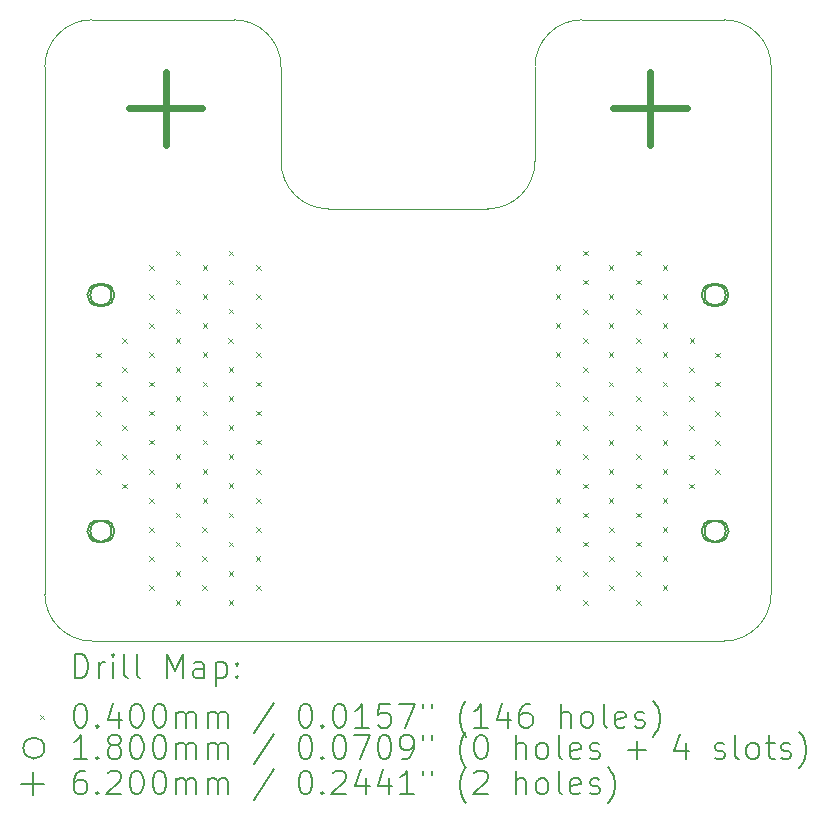
<source format=gbr>
%TF.GenerationSoftware,KiCad,Pcbnew,(6.0.11)*%
%TF.CreationDate,2023-05-27T10:47:36+02:00*%
%TF.ProjectId,dclink,64636c69-6e6b-42e6-9b69-6361645f7063,V0*%
%TF.SameCoordinates,Original*%
%TF.FileFunction,Drillmap*%
%TF.FilePolarity,Positive*%
%FSLAX45Y45*%
G04 Gerber Fmt 4.5, Leading zero omitted, Abs format (unit mm)*
G04 Created by KiCad (PCBNEW (6.0.11)) date 2023-05-27 10:47:36*
%MOMM*%
%LPD*%
G01*
G04 APERTURE LIST*
%ADD10C,0.050000*%
%ADD11C,0.200000*%
%ADD12C,0.040000*%
%ADD13C,0.180000*%
%ADD14C,0.620000*%
G04 APERTURE END LIST*
D10*
X13510000Y-7850000D02*
X12310000Y-7850000D01*
X12310000Y-13110000D02*
X17660000Y-13110000D01*
X16060000Y-8250000D02*
X16060000Y-9050000D01*
X13910000Y-9050000D02*
X13910000Y-8250000D01*
X16460000Y-7850000D02*
G75*
G03*
X16060000Y-8250000I0J-400000D01*
G01*
X15660000Y-9450000D02*
X14310000Y-9450000D01*
X18060000Y-8250000D02*
G75*
G03*
X17660000Y-7850000I-400000J0D01*
G01*
X15660000Y-9450000D02*
G75*
G03*
X16060000Y-9050000I0J400000D01*
G01*
X17660000Y-13110000D02*
G75*
G03*
X18060000Y-12710000I0J400000D01*
G01*
X12310000Y-7850000D02*
G75*
G03*
X11910000Y-8250000I0J-400000D01*
G01*
X13910000Y-9050000D02*
G75*
G03*
X14310000Y-9450000I400000J0D01*
G01*
X18060000Y-12710000D02*
X18060000Y-8250000D01*
X11910000Y-8250000D02*
X11910000Y-12710000D01*
X11910000Y-12710000D02*
G75*
G03*
X12310000Y-13110000I400000J0D01*
G01*
X17660000Y-7850000D02*
X16460000Y-7850000D01*
X13910000Y-8250000D02*
G75*
G03*
X13510000Y-7850000I-400000J0D01*
G01*
D11*
D12*
X12347500Y-10667939D02*
X12387500Y-10707939D01*
X12387500Y-10667939D02*
X12347500Y-10707939D01*
X12347500Y-10914368D02*
X12387500Y-10954368D01*
X12387500Y-10914368D02*
X12347500Y-10954368D01*
X12347500Y-11160796D02*
X12387500Y-11200796D01*
X12387500Y-11160796D02*
X12347500Y-11200796D01*
X12347500Y-11407225D02*
X12387500Y-11447225D01*
X12387500Y-11407225D02*
X12347500Y-11447225D01*
X12347500Y-11653653D02*
X12387500Y-11693653D01*
X12387500Y-11653653D02*
X12347500Y-11693653D01*
X12562500Y-10544677D02*
X12602500Y-10584677D01*
X12602500Y-10544677D02*
X12562500Y-10584677D01*
X12567500Y-10791216D02*
X12607500Y-10831216D01*
X12607500Y-10791216D02*
X12567500Y-10831216D01*
X12567500Y-11037754D02*
X12607500Y-11077754D01*
X12607500Y-11037754D02*
X12567500Y-11077754D01*
X12567500Y-11284293D02*
X12607500Y-11324293D01*
X12607500Y-11284293D02*
X12567500Y-11324293D01*
X12567500Y-11530831D02*
X12607500Y-11570831D01*
X12607500Y-11530831D02*
X12567500Y-11570831D01*
X12567500Y-11777369D02*
X12607500Y-11817369D01*
X12607500Y-11777369D02*
X12567500Y-11817369D01*
X12792500Y-9927500D02*
X12832500Y-9967500D01*
X12832500Y-9927500D02*
X12792500Y-9967500D01*
X12792500Y-10173929D02*
X12832500Y-10213929D01*
X12832500Y-10173929D02*
X12792500Y-10213929D01*
X12792500Y-10420357D02*
X12832500Y-10460357D01*
X12832500Y-10420357D02*
X12792500Y-10460357D01*
X12792500Y-10666786D02*
X12832500Y-10706786D01*
X12832500Y-10666786D02*
X12792500Y-10706786D01*
X12792500Y-10913214D02*
X12832500Y-10953214D01*
X12832500Y-10913214D02*
X12792500Y-10953214D01*
X12792500Y-11159643D02*
X12832500Y-11199642D01*
X12832500Y-11159643D02*
X12792500Y-11199642D01*
X12792500Y-11406071D02*
X12832500Y-11446071D01*
X12832500Y-11406071D02*
X12792500Y-11446071D01*
X12792500Y-11652499D02*
X12832500Y-11692499D01*
X12832500Y-11652499D02*
X12792500Y-11692499D01*
X12792500Y-11898928D02*
X12832500Y-11938928D01*
X12832500Y-11898928D02*
X12792500Y-11938928D01*
X12792500Y-12145356D02*
X12832500Y-12185356D01*
X12832500Y-12145356D02*
X12792500Y-12185356D01*
X12792500Y-12391785D02*
X12832500Y-12431785D01*
X12832500Y-12391785D02*
X12792500Y-12431785D01*
X12792500Y-12638213D02*
X12832500Y-12678213D01*
X12832500Y-12638213D02*
X12792500Y-12678213D01*
X13017500Y-9803909D02*
X13057500Y-9843909D01*
X13057500Y-9803909D02*
X13017500Y-9843909D01*
X13017500Y-10050447D02*
X13057500Y-10090447D01*
X13057500Y-10050447D02*
X13017500Y-10090447D01*
X13017500Y-10296985D02*
X13057500Y-10336985D01*
X13057500Y-10296985D02*
X13017500Y-10336985D01*
X13017500Y-10543524D02*
X13057500Y-10583524D01*
X13057500Y-10543524D02*
X13017500Y-10583524D01*
X13017500Y-10790062D02*
X13057500Y-10830062D01*
X13057500Y-10790062D02*
X13017500Y-10830062D01*
X13017500Y-11036601D02*
X13057500Y-11076601D01*
X13057500Y-11036601D02*
X13017500Y-11076601D01*
X13017500Y-11283139D02*
X13057500Y-11323139D01*
X13057500Y-11283139D02*
X13017500Y-11323139D01*
X13017500Y-11529677D02*
X13057500Y-11569677D01*
X13057500Y-11529677D02*
X13017500Y-11569677D01*
X13017500Y-11776216D02*
X13057500Y-11816216D01*
X13057500Y-11776216D02*
X13017500Y-11816216D01*
X13017500Y-12022754D02*
X13057500Y-12062754D01*
X13057500Y-12022754D02*
X13017500Y-12062754D01*
X13017500Y-12269293D02*
X13057500Y-12309293D01*
X13057500Y-12269293D02*
X13017500Y-12309293D01*
X13017500Y-12515831D02*
X13057500Y-12555831D01*
X13057500Y-12515831D02*
X13017500Y-12555831D01*
X13017500Y-12762369D02*
X13057500Y-12802369D01*
X13057500Y-12762369D02*
X13017500Y-12802369D01*
X13242500Y-12145356D02*
X13282500Y-12185356D01*
X13282500Y-12145356D02*
X13242500Y-12185356D01*
X13242500Y-12391785D02*
X13282500Y-12431785D01*
X13282500Y-12391785D02*
X13242500Y-12431785D01*
X13242500Y-12638213D02*
X13282500Y-12678213D01*
X13282500Y-12638213D02*
X13242500Y-12678213D01*
X13247500Y-9927500D02*
X13287500Y-9967500D01*
X13287500Y-9927500D02*
X13247500Y-9967500D01*
X13247500Y-10173929D02*
X13287500Y-10213929D01*
X13287500Y-10173929D02*
X13247500Y-10213929D01*
X13247500Y-10420357D02*
X13287500Y-10460357D01*
X13287500Y-10420357D02*
X13247500Y-10460357D01*
X13247500Y-10666786D02*
X13287500Y-10706786D01*
X13287500Y-10666786D02*
X13247500Y-10706786D01*
X13247500Y-10913214D02*
X13287500Y-10953214D01*
X13287500Y-10913214D02*
X13247500Y-10953214D01*
X13247500Y-11159643D02*
X13287500Y-11199642D01*
X13287500Y-11159643D02*
X13247500Y-11199642D01*
X13247500Y-11406071D02*
X13287500Y-11446071D01*
X13287500Y-11406071D02*
X13247500Y-11446071D01*
X13247500Y-11652499D02*
X13287500Y-11692499D01*
X13287500Y-11652499D02*
X13247500Y-11692499D01*
X13247500Y-11898928D02*
X13287500Y-11938928D01*
X13287500Y-11898928D02*
X13247500Y-11938928D01*
X13462500Y-10543524D02*
X13502500Y-10583524D01*
X13502500Y-10543524D02*
X13462500Y-10583524D01*
X13467500Y-9803909D02*
X13507500Y-9843909D01*
X13507500Y-9803909D02*
X13467500Y-9843909D01*
X13467500Y-10050447D02*
X13507500Y-10090447D01*
X13507500Y-10050447D02*
X13467500Y-10090447D01*
X13467500Y-10296985D02*
X13507500Y-10336985D01*
X13507500Y-10296985D02*
X13467500Y-10336985D01*
X13467500Y-10790062D02*
X13507500Y-10830062D01*
X13507500Y-10790062D02*
X13467500Y-10830062D01*
X13467500Y-11036601D02*
X13507500Y-11076601D01*
X13507500Y-11036601D02*
X13467500Y-11076601D01*
X13467500Y-11283139D02*
X13507500Y-11323139D01*
X13507500Y-11283139D02*
X13467500Y-11323139D01*
X13467500Y-11529677D02*
X13507500Y-11569677D01*
X13507500Y-11529677D02*
X13467500Y-11569677D01*
X13467500Y-11776216D02*
X13507500Y-11816216D01*
X13507500Y-11776216D02*
X13467500Y-11816216D01*
X13467500Y-12022754D02*
X13507500Y-12062754D01*
X13507500Y-12022754D02*
X13467500Y-12062754D01*
X13467500Y-12269293D02*
X13507500Y-12309293D01*
X13507500Y-12269293D02*
X13467500Y-12309293D01*
X13467500Y-12515831D02*
X13507500Y-12555831D01*
X13507500Y-12515831D02*
X13467500Y-12555831D01*
X13467500Y-12762369D02*
X13507500Y-12802369D01*
X13507500Y-12762369D02*
X13467500Y-12802369D01*
X13695000Y-12391785D02*
X13735000Y-12431785D01*
X13735000Y-12391785D02*
X13695000Y-12431785D01*
X13697500Y-9927500D02*
X13737500Y-9967500D01*
X13737500Y-9927500D02*
X13697500Y-9967500D01*
X13697500Y-10173929D02*
X13737500Y-10213929D01*
X13737500Y-10173929D02*
X13697500Y-10213929D01*
X13697500Y-10420357D02*
X13737500Y-10460357D01*
X13737500Y-10420357D02*
X13697500Y-10460357D01*
X13697500Y-10666786D02*
X13737500Y-10706786D01*
X13737500Y-10666786D02*
X13697500Y-10706786D01*
X13697500Y-10913214D02*
X13737500Y-10953214D01*
X13737500Y-10913214D02*
X13697500Y-10953214D01*
X13697500Y-11159643D02*
X13737500Y-11199642D01*
X13737500Y-11159643D02*
X13697500Y-11199642D01*
X13697500Y-11406071D02*
X13737500Y-11446071D01*
X13737500Y-11406071D02*
X13697500Y-11446071D01*
X13697500Y-11652499D02*
X13737500Y-11692499D01*
X13737500Y-11652499D02*
X13697500Y-11692499D01*
X13697500Y-11898928D02*
X13737500Y-11938928D01*
X13737500Y-11898928D02*
X13697500Y-11938928D01*
X13697500Y-12145356D02*
X13737500Y-12185356D01*
X13737500Y-12145356D02*
X13697500Y-12185356D01*
X13697500Y-12638213D02*
X13737500Y-12678213D01*
X13737500Y-12638213D02*
X13697500Y-12678213D01*
X16235000Y-9927858D02*
X16275000Y-9967858D01*
X16275000Y-9927858D02*
X16235000Y-9967858D01*
X16235000Y-10174287D02*
X16275000Y-10214287D01*
X16275000Y-10174287D02*
X16235000Y-10214287D01*
X16235000Y-10420715D02*
X16275000Y-10460715D01*
X16275000Y-10420715D02*
X16235000Y-10460715D01*
X16235000Y-10667144D02*
X16275000Y-10707144D01*
X16275000Y-10667144D02*
X16235000Y-10707144D01*
X16235000Y-10913572D02*
X16275000Y-10953572D01*
X16275000Y-10913572D02*
X16235000Y-10953572D01*
X16235000Y-11160001D02*
X16275000Y-11200000D01*
X16275000Y-11160001D02*
X16235000Y-11200000D01*
X16235000Y-11406429D02*
X16275000Y-11446429D01*
X16275000Y-11406429D02*
X16235000Y-11446429D01*
X16235000Y-11652857D02*
X16275000Y-11692857D01*
X16275000Y-11652857D02*
X16235000Y-11692857D01*
X16235000Y-11899286D02*
X16275000Y-11939286D01*
X16275000Y-11899286D02*
X16235000Y-11939286D01*
X16235000Y-12145714D02*
X16275000Y-12185714D01*
X16275000Y-12145714D02*
X16235000Y-12185714D01*
X16235000Y-12638571D02*
X16275000Y-12678571D01*
X16275000Y-12638571D02*
X16235000Y-12678571D01*
X16237500Y-12392143D02*
X16277500Y-12432143D01*
X16277500Y-12392143D02*
X16237500Y-12432143D01*
X16465000Y-9804267D02*
X16505000Y-9844267D01*
X16505000Y-9804267D02*
X16465000Y-9844267D01*
X16465000Y-10050805D02*
X16505000Y-10090805D01*
X16505000Y-10050805D02*
X16465000Y-10090805D01*
X16465000Y-10297343D02*
X16505000Y-10337343D01*
X16505000Y-10297343D02*
X16465000Y-10337343D01*
X16465000Y-10790420D02*
X16505000Y-10830420D01*
X16505000Y-10790420D02*
X16465000Y-10830420D01*
X16465000Y-11036959D02*
X16505000Y-11076959D01*
X16505000Y-11036959D02*
X16465000Y-11076959D01*
X16465000Y-11283497D02*
X16505000Y-11323497D01*
X16505000Y-11283497D02*
X16465000Y-11323497D01*
X16465000Y-11530035D02*
X16505000Y-11570035D01*
X16505000Y-11530035D02*
X16465000Y-11570035D01*
X16465000Y-11776574D02*
X16505000Y-11816574D01*
X16505000Y-11776574D02*
X16465000Y-11816574D01*
X16465000Y-12023112D02*
X16505000Y-12063112D01*
X16505000Y-12023112D02*
X16465000Y-12063112D01*
X16465000Y-12269651D02*
X16505000Y-12309651D01*
X16505000Y-12269651D02*
X16465000Y-12309651D01*
X16465000Y-12516189D02*
X16505000Y-12556189D01*
X16505000Y-12516189D02*
X16465000Y-12556189D01*
X16465000Y-12762727D02*
X16505000Y-12802727D01*
X16505000Y-12762727D02*
X16465000Y-12802727D01*
X16470000Y-10543882D02*
X16510000Y-10583882D01*
X16510000Y-10543882D02*
X16470000Y-10583882D01*
X16685000Y-9927858D02*
X16725000Y-9967858D01*
X16725000Y-9927858D02*
X16685000Y-9967858D01*
X16685000Y-10174287D02*
X16725000Y-10214287D01*
X16725000Y-10174287D02*
X16685000Y-10214287D01*
X16685000Y-10420715D02*
X16725000Y-10460715D01*
X16725000Y-10420715D02*
X16685000Y-10460715D01*
X16685000Y-10667144D02*
X16725000Y-10707144D01*
X16725000Y-10667144D02*
X16685000Y-10707144D01*
X16685000Y-10913572D02*
X16725000Y-10953572D01*
X16725000Y-10913572D02*
X16685000Y-10953572D01*
X16685000Y-11160001D02*
X16725000Y-11200000D01*
X16725000Y-11160001D02*
X16685000Y-11200000D01*
X16685000Y-11406429D02*
X16725000Y-11446429D01*
X16725000Y-11406429D02*
X16685000Y-11446429D01*
X16685000Y-11652857D02*
X16725000Y-11692857D01*
X16725000Y-11652857D02*
X16685000Y-11692857D01*
X16685000Y-11899286D02*
X16725000Y-11939286D01*
X16725000Y-11899286D02*
X16685000Y-11939286D01*
X16690000Y-12145714D02*
X16730000Y-12185714D01*
X16730000Y-12145714D02*
X16690000Y-12185714D01*
X16690000Y-12392143D02*
X16730000Y-12432143D01*
X16730000Y-12392143D02*
X16690000Y-12432143D01*
X16690000Y-12638571D02*
X16730000Y-12678571D01*
X16730000Y-12638571D02*
X16690000Y-12678571D01*
X16915000Y-9804267D02*
X16955000Y-9844267D01*
X16955000Y-9804267D02*
X16915000Y-9844267D01*
X16915000Y-10050805D02*
X16955000Y-10090805D01*
X16955000Y-10050805D02*
X16915000Y-10090805D01*
X16915000Y-10297343D02*
X16955000Y-10337343D01*
X16955000Y-10297343D02*
X16915000Y-10337343D01*
X16915000Y-10543882D02*
X16955000Y-10583882D01*
X16955000Y-10543882D02*
X16915000Y-10583882D01*
X16915000Y-10790420D02*
X16955000Y-10830420D01*
X16955000Y-10790420D02*
X16915000Y-10830420D01*
X16915000Y-11036959D02*
X16955000Y-11076959D01*
X16955000Y-11036959D02*
X16915000Y-11076959D01*
X16915000Y-11283497D02*
X16955000Y-11323497D01*
X16955000Y-11283497D02*
X16915000Y-11323497D01*
X16915000Y-11530035D02*
X16955000Y-11570035D01*
X16955000Y-11530035D02*
X16915000Y-11570035D01*
X16915000Y-11776574D02*
X16955000Y-11816574D01*
X16955000Y-11776574D02*
X16915000Y-11816574D01*
X16915000Y-12023112D02*
X16955000Y-12063112D01*
X16955000Y-12023112D02*
X16915000Y-12063112D01*
X16915000Y-12269651D02*
X16955000Y-12309651D01*
X16955000Y-12269651D02*
X16915000Y-12309651D01*
X16915000Y-12516189D02*
X16955000Y-12556189D01*
X16955000Y-12516189D02*
X16915000Y-12556189D01*
X16915000Y-12762727D02*
X16955000Y-12802727D01*
X16955000Y-12762727D02*
X16915000Y-12802727D01*
X17140000Y-9927858D02*
X17180000Y-9967858D01*
X17180000Y-9927858D02*
X17140000Y-9967858D01*
X17140000Y-10174287D02*
X17180000Y-10214287D01*
X17180000Y-10174287D02*
X17140000Y-10214287D01*
X17140000Y-10420715D02*
X17180000Y-10460715D01*
X17180000Y-10420715D02*
X17140000Y-10460715D01*
X17140000Y-10667144D02*
X17180000Y-10707144D01*
X17180000Y-10667144D02*
X17140000Y-10707144D01*
X17140000Y-10913572D02*
X17180000Y-10953572D01*
X17180000Y-10913572D02*
X17140000Y-10953572D01*
X17140000Y-11160001D02*
X17180000Y-11200000D01*
X17180000Y-11160001D02*
X17140000Y-11200000D01*
X17140000Y-11406429D02*
X17180000Y-11446429D01*
X17180000Y-11406429D02*
X17140000Y-11446429D01*
X17140000Y-11652857D02*
X17180000Y-11692857D01*
X17180000Y-11652857D02*
X17140000Y-11692857D01*
X17140000Y-11899286D02*
X17180000Y-11939286D01*
X17180000Y-11899286D02*
X17140000Y-11939286D01*
X17140000Y-12145714D02*
X17180000Y-12185714D01*
X17180000Y-12145714D02*
X17140000Y-12185714D01*
X17140000Y-12392143D02*
X17180000Y-12432143D01*
X17180000Y-12392143D02*
X17140000Y-12432143D01*
X17140000Y-12638571D02*
X17180000Y-12678571D01*
X17180000Y-12638571D02*
X17140000Y-12678571D01*
X17365000Y-10791574D02*
X17405000Y-10831574D01*
X17405000Y-10791574D02*
X17365000Y-10831574D01*
X17365000Y-11038112D02*
X17405000Y-11078112D01*
X17405000Y-11038112D02*
X17365000Y-11078112D01*
X17365000Y-11284651D02*
X17405000Y-11324651D01*
X17405000Y-11284651D02*
X17365000Y-11324651D01*
X17365000Y-11531189D02*
X17405000Y-11571189D01*
X17405000Y-11531189D02*
X17365000Y-11571189D01*
X17365000Y-11777727D02*
X17405000Y-11817727D01*
X17405000Y-11777727D02*
X17365000Y-11817727D01*
X17370000Y-10545035D02*
X17410000Y-10585035D01*
X17410000Y-10545035D02*
X17370000Y-10585035D01*
X17585000Y-10668297D02*
X17625000Y-10708297D01*
X17625000Y-10668297D02*
X17585000Y-10708297D01*
X17585000Y-10914726D02*
X17625000Y-10954726D01*
X17625000Y-10914726D02*
X17585000Y-10954726D01*
X17585000Y-11161154D02*
X17625000Y-11201154D01*
X17625000Y-11161154D02*
X17585000Y-11201154D01*
X17585000Y-11407583D02*
X17625000Y-11447583D01*
X17625000Y-11407583D02*
X17585000Y-11447583D01*
X17585000Y-11654011D02*
X17625000Y-11694011D01*
X17625000Y-11654011D02*
X17585000Y-11694011D01*
D13*
X12475000Y-10180000D02*
G75*
G03*
X12475000Y-10180000I-90000J0D01*
G01*
D11*
X12410000Y-10090000D02*
X12360000Y-10090000D01*
X12410000Y-10270000D02*
X12360000Y-10270000D01*
X12360000Y-10090000D02*
G75*
G03*
X12360000Y-10270000I0J-90000D01*
G01*
X12410000Y-10270000D02*
G75*
G03*
X12410000Y-10090000I0J90000D01*
G01*
D13*
X12475000Y-12180000D02*
G75*
G03*
X12475000Y-12180000I-90000J0D01*
G01*
D11*
X12410000Y-12090000D02*
X12360000Y-12090000D01*
X12410000Y-12270000D02*
X12360000Y-12270000D01*
X12360000Y-12090000D02*
G75*
G03*
X12360000Y-12270000I0J-90000D01*
G01*
X12410000Y-12270000D02*
G75*
G03*
X12410000Y-12090000I0J90000D01*
G01*
D13*
X17675000Y-10180000D02*
G75*
G03*
X17675000Y-10180000I-90000J0D01*
G01*
D11*
X17610000Y-10090000D02*
X17560000Y-10090000D01*
X17610000Y-10270000D02*
X17560000Y-10270000D01*
X17560000Y-10090000D02*
G75*
G03*
X17560000Y-10270000I0J-90000D01*
G01*
X17610000Y-10270000D02*
G75*
G03*
X17610000Y-10090000I0J90000D01*
G01*
D13*
X17675000Y-12180000D02*
G75*
G03*
X17675000Y-12180000I-90000J0D01*
G01*
D11*
X17610000Y-12090000D02*
X17560000Y-12090000D01*
X17610000Y-12270000D02*
X17560000Y-12270000D01*
X17560000Y-12090000D02*
G75*
G03*
X17560000Y-12270000I0J-90000D01*
G01*
X17610000Y-12270000D02*
G75*
G03*
X17610000Y-12090000I0J90000D01*
G01*
D14*
X12935000Y-8290000D02*
X12935000Y-8910000D01*
X12625000Y-8600000D02*
X13245000Y-8600000D01*
X17035000Y-8290000D02*
X17035000Y-8910000D01*
X16725000Y-8600000D02*
X17345000Y-8600000D01*
D11*
X12165119Y-13422976D02*
X12165119Y-13222976D01*
X12212738Y-13222976D01*
X12241309Y-13232500D01*
X12260357Y-13251548D01*
X12269881Y-13270595D01*
X12279405Y-13308690D01*
X12279405Y-13337262D01*
X12269881Y-13375357D01*
X12260357Y-13394405D01*
X12241309Y-13413452D01*
X12212738Y-13422976D01*
X12165119Y-13422976D01*
X12365119Y-13422976D02*
X12365119Y-13289643D01*
X12365119Y-13327738D02*
X12374643Y-13308690D01*
X12384167Y-13299167D01*
X12403214Y-13289643D01*
X12422262Y-13289643D01*
X12488928Y-13422976D02*
X12488928Y-13289643D01*
X12488928Y-13222976D02*
X12479405Y-13232500D01*
X12488928Y-13242024D01*
X12498452Y-13232500D01*
X12488928Y-13222976D01*
X12488928Y-13242024D01*
X12612738Y-13422976D02*
X12593690Y-13413452D01*
X12584167Y-13394405D01*
X12584167Y-13222976D01*
X12717500Y-13422976D02*
X12698452Y-13413452D01*
X12688928Y-13394405D01*
X12688928Y-13222976D01*
X12946071Y-13422976D02*
X12946071Y-13222976D01*
X13012738Y-13365833D01*
X13079405Y-13222976D01*
X13079405Y-13422976D01*
X13260357Y-13422976D02*
X13260357Y-13318214D01*
X13250833Y-13299167D01*
X13231786Y-13289643D01*
X13193690Y-13289643D01*
X13174643Y-13299167D01*
X13260357Y-13413452D02*
X13241309Y-13422976D01*
X13193690Y-13422976D01*
X13174643Y-13413452D01*
X13165119Y-13394405D01*
X13165119Y-13375357D01*
X13174643Y-13356309D01*
X13193690Y-13346786D01*
X13241309Y-13346786D01*
X13260357Y-13337262D01*
X13355595Y-13289643D02*
X13355595Y-13489643D01*
X13355595Y-13299167D02*
X13374643Y-13289643D01*
X13412738Y-13289643D01*
X13431786Y-13299167D01*
X13441309Y-13308690D01*
X13450833Y-13327738D01*
X13450833Y-13384881D01*
X13441309Y-13403928D01*
X13431786Y-13413452D01*
X13412738Y-13422976D01*
X13374643Y-13422976D01*
X13355595Y-13413452D01*
X13536548Y-13403928D02*
X13546071Y-13413452D01*
X13536548Y-13422976D01*
X13527024Y-13413452D01*
X13536548Y-13403928D01*
X13536548Y-13422976D01*
X13536548Y-13299167D02*
X13546071Y-13308690D01*
X13536548Y-13318214D01*
X13527024Y-13308690D01*
X13536548Y-13299167D01*
X13536548Y-13318214D01*
D12*
X11867500Y-13732500D02*
X11907500Y-13772500D01*
X11907500Y-13732500D02*
X11867500Y-13772500D01*
D11*
X12203214Y-13642976D02*
X12222262Y-13642976D01*
X12241309Y-13652500D01*
X12250833Y-13662024D01*
X12260357Y-13681071D01*
X12269881Y-13719167D01*
X12269881Y-13766786D01*
X12260357Y-13804881D01*
X12250833Y-13823928D01*
X12241309Y-13833452D01*
X12222262Y-13842976D01*
X12203214Y-13842976D01*
X12184167Y-13833452D01*
X12174643Y-13823928D01*
X12165119Y-13804881D01*
X12155595Y-13766786D01*
X12155595Y-13719167D01*
X12165119Y-13681071D01*
X12174643Y-13662024D01*
X12184167Y-13652500D01*
X12203214Y-13642976D01*
X12355595Y-13823928D02*
X12365119Y-13833452D01*
X12355595Y-13842976D01*
X12346071Y-13833452D01*
X12355595Y-13823928D01*
X12355595Y-13842976D01*
X12536548Y-13709643D02*
X12536548Y-13842976D01*
X12488928Y-13633452D02*
X12441309Y-13776309D01*
X12565119Y-13776309D01*
X12679405Y-13642976D02*
X12698452Y-13642976D01*
X12717500Y-13652500D01*
X12727024Y-13662024D01*
X12736548Y-13681071D01*
X12746071Y-13719167D01*
X12746071Y-13766786D01*
X12736548Y-13804881D01*
X12727024Y-13823928D01*
X12717500Y-13833452D01*
X12698452Y-13842976D01*
X12679405Y-13842976D01*
X12660357Y-13833452D01*
X12650833Y-13823928D01*
X12641309Y-13804881D01*
X12631786Y-13766786D01*
X12631786Y-13719167D01*
X12641309Y-13681071D01*
X12650833Y-13662024D01*
X12660357Y-13652500D01*
X12679405Y-13642976D01*
X12869881Y-13642976D02*
X12888928Y-13642976D01*
X12907976Y-13652500D01*
X12917500Y-13662024D01*
X12927024Y-13681071D01*
X12936548Y-13719167D01*
X12936548Y-13766786D01*
X12927024Y-13804881D01*
X12917500Y-13823928D01*
X12907976Y-13833452D01*
X12888928Y-13842976D01*
X12869881Y-13842976D01*
X12850833Y-13833452D01*
X12841309Y-13823928D01*
X12831786Y-13804881D01*
X12822262Y-13766786D01*
X12822262Y-13719167D01*
X12831786Y-13681071D01*
X12841309Y-13662024D01*
X12850833Y-13652500D01*
X12869881Y-13642976D01*
X13022262Y-13842976D02*
X13022262Y-13709643D01*
X13022262Y-13728690D02*
X13031786Y-13719167D01*
X13050833Y-13709643D01*
X13079405Y-13709643D01*
X13098452Y-13719167D01*
X13107976Y-13738214D01*
X13107976Y-13842976D01*
X13107976Y-13738214D02*
X13117500Y-13719167D01*
X13136548Y-13709643D01*
X13165119Y-13709643D01*
X13184167Y-13719167D01*
X13193690Y-13738214D01*
X13193690Y-13842976D01*
X13288928Y-13842976D02*
X13288928Y-13709643D01*
X13288928Y-13728690D02*
X13298452Y-13719167D01*
X13317500Y-13709643D01*
X13346071Y-13709643D01*
X13365119Y-13719167D01*
X13374643Y-13738214D01*
X13374643Y-13842976D01*
X13374643Y-13738214D02*
X13384167Y-13719167D01*
X13403214Y-13709643D01*
X13431786Y-13709643D01*
X13450833Y-13719167D01*
X13460357Y-13738214D01*
X13460357Y-13842976D01*
X13850833Y-13633452D02*
X13679405Y-13890595D01*
X14107976Y-13642976D02*
X14127024Y-13642976D01*
X14146071Y-13652500D01*
X14155595Y-13662024D01*
X14165119Y-13681071D01*
X14174643Y-13719167D01*
X14174643Y-13766786D01*
X14165119Y-13804881D01*
X14155595Y-13823928D01*
X14146071Y-13833452D01*
X14127024Y-13842976D01*
X14107976Y-13842976D01*
X14088928Y-13833452D01*
X14079405Y-13823928D01*
X14069881Y-13804881D01*
X14060357Y-13766786D01*
X14060357Y-13719167D01*
X14069881Y-13681071D01*
X14079405Y-13662024D01*
X14088928Y-13652500D01*
X14107976Y-13642976D01*
X14260357Y-13823928D02*
X14269881Y-13833452D01*
X14260357Y-13842976D01*
X14250833Y-13833452D01*
X14260357Y-13823928D01*
X14260357Y-13842976D01*
X14393690Y-13642976D02*
X14412738Y-13642976D01*
X14431786Y-13652500D01*
X14441309Y-13662024D01*
X14450833Y-13681071D01*
X14460357Y-13719167D01*
X14460357Y-13766786D01*
X14450833Y-13804881D01*
X14441309Y-13823928D01*
X14431786Y-13833452D01*
X14412738Y-13842976D01*
X14393690Y-13842976D01*
X14374643Y-13833452D01*
X14365119Y-13823928D01*
X14355595Y-13804881D01*
X14346071Y-13766786D01*
X14346071Y-13719167D01*
X14355595Y-13681071D01*
X14365119Y-13662024D01*
X14374643Y-13652500D01*
X14393690Y-13642976D01*
X14650833Y-13842976D02*
X14536548Y-13842976D01*
X14593690Y-13842976D02*
X14593690Y-13642976D01*
X14574643Y-13671548D01*
X14555595Y-13690595D01*
X14536548Y-13700119D01*
X14831786Y-13642976D02*
X14736548Y-13642976D01*
X14727024Y-13738214D01*
X14736548Y-13728690D01*
X14755595Y-13719167D01*
X14803214Y-13719167D01*
X14822262Y-13728690D01*
X14831786Y-13738214D01*
X14841309Y-13757262D01*
X14841309Y-13804881D01*
X14831786Y-13823928D01*
X14822262Y-13833452D01*
X14803214Y-13842976D01*
X14755595Y-13842976D01*
X14736548Y-13833452D01*
X14727024Y-13823928D01*
X14907976Y-13642976D02*
X15041309Y-13642976D01*
X14955595Y-13842976D01*
X15107976Y-13642976D02*
X15107976Y-13681071D01*
X15184167Y-13642976D02*
X15184167Y-13681071D01*
X15479405Y-13919167D02*
X15469881Y-13909643D01*
X15450833Y-13881071D01*
X15441309Y-13862024D01*
X15431786Y-13833452D01*
X15422262Y-13785833D01*
X15422262Y-13747738D01*
X15431786Y-13700119D01*
X15441309Y-13671548D01*
X15450833Y-13652500D01*
X15469881Y-13623928D01*
X15479405Y-13614405D01*
X15660357Y-13842976D02*
X15546071Y-13842976D01*
X15603214Y-13842976D02*
X15603214Y-13642976D01*
X15584167Y-13671548D01*
X15565119Y-13690595D01*
X15546071Y-13700119D01*
X15831786Y-13709643D02*
X15831786Y-13842976D01*
X15784167Y-13633452D02*
X15736548Y-13776309D01*
X15860357Y-13776309D01*
X16022262Y-13642976D02*
X15984167Y-13642976D01*
X15965119Y-13652500D01*
X15955595Y-13662024D01*
X15936548Y-13690595D01*
X15927024Y-13728690D01*
X15927024Y-13804881D01*
X15936548Y-13823928D01*
X15946071Y-13833452D01*
X15965119Y-13842976D01*
X16003214Y-13842976D01*
X16022262Y-13833452D01*
X16031786Y-13823928D01*
X16041309Y-13804881D01*
X16041309Y-13757262D01*
X16031786Y-13738214D01*
X16022262Y-13728690D01*
X16003214Y-13719167D01*
X15965119Y-13719167D01*
X15946071Y-13728690D01*
X15936548Y-13738214D01*
X15927024Y-13757262D01*
X16279405Y-13842976D02*
X16279405Y-13642976D01*
X16365119Y-13842976D02*
X16365119Y-13738214D01*
X16355595Y-13719167D01*
X16336548Y-13709643D01*
X16307976Y-13709643D01*
X16288928Y-13719167D01*
X16279405Y-13728690D01*
X16488928Y-13842976D02*
X16469881Y-13833452D01*
X16460357Y-13823928D01*
X16450833Y-13804881D01*
X16450833Y-13747738D01*
X16460357Y-13728690D01*
X16469881Y-13719167D01*
X16488928Y-13709643D01*
X16517500Y-13709643D01*
X16536548Y-13719167D01*
X16546071Y-13728690D01*
X16555595Y-13747738D01*
X16555595Y-13804881D01*
X16546071Y-13823928D01*
X16536548Y-13833452D01*
X16517500Y-13842976D01*
X16488928Y-13842976D01*
X16669881Y-13842976D02*
X16650833Y-13833452D01*
X16641309Y-13814405D01*
X16641309Y-13642976D01*
X16822262Y-13833452D02*
X16803214Y-13842976D01*
X16765119Y-13842976D01*
X16746071Y-13833452D01*
X16736548Y-13814405D01*
X16736548Y-13738214D01*
X16746071Y-13719167D01*
X16765119Y-13709643D01*
X16803214Y-13709643D01*
X16822262Y-13719167D01*
X16831786Y-13738214D01*
X16831786Y-13757262D01*
X16736548Y-13776309D01*
X16907976Y-13833452D02*
X16927024Y-13842976D01*
X16965119Y-13842976D01*
X16984167Y-13833452D01*
X16993690Y-13814405D01*
X16993690Y-13804881D01*
X16984167Y-13785833D01*
X16965119Y-13776309D01*
X16936548Y-13776309D01*
X16917500Y-13766786D01*
X16907976Y-13747738D01*
X16907976Y-13738214D01*
X16917500Y-13719167D01*
X16936548Y-13709643D01*
X16965119Y-13709643D01*
X16984167Y-13719167D01*
X17060357Y-13919167D02*
X17069881Y-13909643D01*
X17088929Y-13881071D01*
X17098452Y-13862024D01*
X17107976Y-13833452D01*
X17117500Y-13785833D01*
X17117500Y-13747738D01*
X17107976Y-13700119D01*
X17098452Y-13671548D01*
X17088929Y-13652500D01*
X17069881Y-13623928D01*
X17060357Y-13614405D01*
D13*
X11907500Y-14016500D02*
G75*
G03*
X11907500Y-14016500I-90000J0D01*
G01*
D11*
X12269881Y-14106976D02*
X12155595Y-14106976D01*
X12212738Y-14106976D02*
X12212738Y-13906976D01*
X12193690Y-13935548D01*
X12174643Y-13954595D01*
X12155595Y-13964119D01*
X12355595Y-14087928D02*
X12365119Y-14097452D01*
X12355595Y-14106976D01*
X12346071Y-14097452D01*
X12355595Y-14087928D01*
X12355595Y-14106976D01*
X12479405Y-13992690D02*
X12460357Y-13983167D01*
X12450833Y-13973643D01*
X12441309Y-13954595D01*
X12441309Y-13945071D01*
X12450833Y-13926024D01*
X12460357Y-13916500D01*
X12479405Y-13906976D01*
X12517500Y-13906976D01*
X12536548Y-13916500D01*
X12546071Y-13926024D01*
X12555595Y-13945071D01*
X12555595Y-13954595D01*
X12546071Y-13973643D01*
X12536548Y-13983167D01*
X12517500Y-13992690D01*
X12479405Y-13992690D01*
X12460357Y-14002214D01*
X12450833Y-14011738D01*
X12441309Y-14030786D01*
X12441309Y-14068881D01*
X12450833Y-14087928D01*
X12460357Y-14097452D01*
X12479405Y-14106976D01*
X12517500Y-14106976D01*
X12536548Y-14097452D01*
X12546071Y-14087928D01*
X12555595Y-14068881D01*
X12555595Y-14030786D01*
X12546071Y-14011738D01*
X12536548Y-14002214D01*
X12517500Y-13992690D01*
X12679405Y-13906976D02*
X12698452Y-13906976D01*
X12717500Y-13916500D01*
X12727024Y-13926024D01*
X12736548Y-13945071D01*
X12746071Y-13983167D01*
X12746071Y-14030786D01*
X12736548Y-14068881D01*
X12727024Y-14087928D01*
X12717500Y-14097452D01*
X12698452Y-14106976D01*
X12679405Y-14106976D01*
X12660357Y-14097452D01*
X12650833Y-14087928D01*
X12641309Y-14068881D01*
X12631786Y-14030786D01*
X12631786Y-13983167D01*
X12641309Y-13945071D01*
X12650833Y-13926024D01*
X12660357Y-13916500D01*
X12679405Y-13906976D01*
X12869881Y-13906976D02*
X12888928Y-13906976D01*
X12907976Y-13916500D01*
X12917500Y-13926024D01*
X12927024Y-13945071D01*
X12936548Y-13983167D01*
X12936548Y-14030786D01*
X12927024Y-14068881D01*
X12917500Y-14087928D01*
X12907976Y-14097452D01*
X12888928Y-14106976D01*
X12869881Y-14106976D01*
X12850833Y-14097452D01*
X12841309Y-14087928D01*
X12831786Y-14068881D01*
X12822262Y-14030786D01*
X12822262Y-13983167D01*
X12831786Y-13945071D01*
X12841309Y-13926024D01*
X12850833Y-13916500D01*
X12869881Y-13906976D01*
X13022262Y-14106976D02*
X13022262Y-13973643D01*
X13022262Y-13992690D02*
X13031786Y-13983167D01*
X13050833Y-13973643D01*
X13079405Y-13973643D01*
X13098452Y-13983167D01*
X13107976Y-14002214D01*
X13107976Y-14106976D01*
X13107976Y-14002214D02*
X13117500Y-13983167D01*
X13136548Y-13973643D01*
X13165119Y-13973643D01*
X13184167Y-13983167D01*
X13193690Y-14002214D01*
X13193690Y-14106976D01*
X13288928Y-14106976D02*
X13288928Y-13973643D01*
X13288928Y-13992690D02*
X13298452Y-13983167D01*
X13317500Y-13973643D01*
X13346071Y-13973643D01*
X13365119Y-13983167D01*
X13374643Y-14002214D01*
X13374643Y-14106976D01*
X13374643Y-14002214D02*
X13384167Y-13983167D01*
X13403214Y-13973643D01*
X13431786Y-13973643D01*
X13450833Y-13983167D01*
X13460357Y-14002214D01*
X13460357Y-14106976D01*
X13850833Y-13897452D02*
X13679405Y-14154595D01*
X14107976Y-13906976D02*
X14127024Y-13906976D01*
X14146071Y-13916500D01*
X14155595Y-13926024D01*
X14165119Y-13945071D01*
X14174643Y-13983167D01*
X14174643Y-14030786D01*
X14165119Y-14068881D01*
X14155595Y-14087928D01*
X14146071Y-14097452D01*
X14127024Y-14106976D01*
X14107976Y-14106976D01*
X14088928Y-14097452D01*
X14079405Y-14087928D01*
X14069881Y-14068881D01*
X14060357Y-14030786D01*
X14060357Y-13983167D01*
X14069881Y-13945071D01*
X14079405Y-13926024D01*
X14088928Y-13916500D01*
X14107976Y-13906976D01*
X14260357Y-14087928D02*
X14269881Y-14097452D01*
X14260357Y-14106976D01*
X14250833Y-14097452D01*
X14260357Y-14087928D01*
X14260357Y-14106976D01*
X14393690Y-13906976D02*
X14412738Y-13906976D01*
X14431786Y-13916500D01*
X14441309Y-13926024D01*
X14450833Y-13945071D01*
X14460357Y-13983167D01*
X14460357Y-14030786D01*
X14450833Y-14068881D01*
X14441309Y-14087928D01*
X14431786Y-14097452D01*
X14412738Y-14106976D01*
X14393690Y-14106976D01*
X14374643Y-14097452D01*
X14365119Y-14087928D01*
X14355595Y-14068881D01*
X14346071Y-14030786D01*
X14346071Y-13983167D01*
X14355595Y-13945071D01*
X14365119Y-13926024D01*
X14374643Y-13916500D01*
X14393690Y-13906976D01*
X14527024Y-13906976D02*
X14660357Y-13906976D01*
X14574643Y-14106976D01*
X14774643Y-13906976D02*
X14793690Y-13906976D01*
X14812738Y-13916500D01*
X14822262Y-13926024D01*
X14831786Y-13945071D01*
X14841309Y-13983167D01*
X14841309Y-14030786D01*
X14831786Y-14068881D01*
X14822262Y-14087928D01*
X14812738Y-14097452D01*
X14793690Y-14106976D01*
X14774643Y-14106976D01*
X14755595Y-14097452D01*
X14746071Y-14087928D01*
X14736548Y-14068881D01*
X14727024Y-14030786D01*
X14727024Y-13983167D01*
X14736548Y-13945071D01*
X14746071Y-13926024D01*
X14755595Y-13916500D01*
X14774643Y-13906976D01*
X14936548Y-14106976D02*
X14974643Y-14106976D01*
X14993690Y-14097452D01*
X15003214Y-14087928D01*
X15022262Y-14059357D01*
X15031786Y-14021262D01*
X15031786Y-13945071D01*
X15022262Y-13926024D01*
X15012738Y-13916500D01*
X14993690Y-13906976D01*
X14955595Y-13906976D01*
X14936548Y-13916500D01*
X14927024Y-13926024D01*
X14917500Y-13945071D01*
X14917500Y-13992690D01*
X14927024Y-14011738D01*
X14936548Y-14021262D01*
X14955595Y-14030786D01*
X14993690Y-14030786D01*
X15012738Y-14021262D01*
X15022262Y-14011738D01*
X15031786Y-13992690D01*
X15107976Y-13906976D02*
X15107976Y-13945071D01*
X15184167Y-13906976D02*
X15184167Y-13945071D01*
X15479405Y-14183167D02*
X15469881Y-14173643D01*
X15450833Y-14145071D01*
X15441309Y-14126024D01*
X15431786Y-14097452D01*
X15422262Y-14049833D01*
X15422262Y-14011738D01*
X15431786Y-13964119D01*
X15441309Y-13935548D01*
X15450833Y-13916500D01*
X15469881Y-13887928D01*
X15479405Y-13878405D01*
X15593690Y-13906976D02*
X15612738Y-13906976D01*
X15631786Y-13916500D01*
X15641309Y-13926024D01*
X15650833Y-13945071D01*
X15660357Y-13983167D01*
X15660357Y-14030786D01*
X15650833Y-14068881D01*
X15641309Y-14087928D01*
X15631786Y-14097452D01*
X15612738Y-14106976D01*
X15593690Y-14106976D01*
X15574643Y-14097452D01*
X15565119Y-14087928D01*
X15555595Y-14068881D01*
X15546071Y-14030786D01*
X15546071Y-13983167D01*
X15555595Y-13945071D01*
X15565119Y-13926024D01*
X15574643Y-13916500D01*
X15593690Y-13906976D01*
X15898452Y-14106976D02*
X15898452Y-13906976D01*
X15984167Y-14106976D02*
X15984167Y-14002214D01*
X15974643Y-13983167D01*
X15955595Y-13973643D01*
X15927024Y-13973643D01*
X15907976Y-13983167D01*
X15898452Y-13992690D01*
X16107976Y-14106976D02*
X16088928Y-14097452D01*
X16079405Y-14087928D01*
X16069881Y-14068881D01*
X16069881Y-14011738D01*
X16079405Y-13992690D01*
X16088928Y-13983167D01*
X16107976Y-13973643D01*
X16136548Y-13973643D01*
X16155595Y-13983167D01*
X16165119Y-13992690D01*
X16174643Y-14011738D01*
X16174643Y-14068881D01*
X16165119Y-14087928D01*
X16155595Y-14097452D01*
X16136548Y-14106976D01*
X16107976Y-14106976D01*
X16288928Y-14106976D02*
X16269881Y-14097452D01*
X16260357Y-14078405D01*
X16260357Y-13906976D01*
X16441309Y-14097452D02*
X16422262Y-14106976D01*
X16384167Y-14106976D01*
X16365119Y-14097452D01*
X16355595Y-14078405D01*
X16355595Y-14002214D01*
X16365119Y-13983167D01*
X16384167Y-13973643D01*
X16422262Y-13973643D01*
X16441309Y-13983167D01*
X16450833Y-14002214D01*
X16450833Y-14021262D01*
X16355595Y-14040309D01*
X16527024Y-14097452D02*
X16546071Y-14106976D01*
X16584167Y-14106976D01*
X16603214Y-14097452D01*
X16612738Y-14078405D01*
X16612738Y-14068881D01*
X16603214Y-14049833D01*
X16584167Y-14040309D01*
X16555595Y-14040309D01*
X16536548Y-14030786D01*
X16527024Y-14011738D01*
X16527024Y-14002214D01*
X16536548Y-13983167D01*
X16555595Y-13973643D01*
X16584167Y-13973643D01*
X16603214Y-13983167D01*
X16850833Y-14030786D02*
X17003214Y-14030786D01*
X16927024Y-14106976D02*
X16927024Y-13954595D01*
X17336548Y-13973643D02*
X17336548Y-14106976D01*
X17288929Y-13897452D02*
X17241310Y-14040309D01*
X17365119Y-14040309D01*
X17584167Y-14097452D02*
X17603214Y-14106976D01*
X17641310Y-14106976D01*
X17660357Y-14097452D01*
X17669881Y-14078405D01*
X17669881Y-14068881D01*
X17660357Y-14049833D01*
X17641310Y-14040309D01*
X17612738Y-14040309D01*
X17593690Y-14030786D01*
X17584167Y-14011738D01*
X17584167Y-14002214D01*
X17593690Y-13983167D01*
X17612738Y-13973643D01*
X17641310Y-13973643D01*
X17660357Y-13983167D01*
X17784167Y-14106976D02*
X17765119Y-14097452D01*
X17755595Y-14078405D01*
X17755595Y-13906976D01*
X17888929Y-14106976D02*
X17869881Y-14097452D01*
X17860357Y-14087928D01*
X17850833Y-14068881D01*
X17850833Y-14011738D01*
X17860357Y-13992690D01*
X17869881Y-13983167D01*
X17888929Y-13973643D01*
X17917500Y-13973643D01*
X17936548Y-13983167D01*
X17946071Y-13992690D01*
X17955595Y-14011738D01*
X17955595Y-14068881D01*
X17946071Y-14087928D01*
X17936548Y-14097452D01*
X17917500Y-14106976D01*
X17888929Y-14106976D01*
X18012738Y-13973643D02*
X18088929Y-13973643D01*
X18041310Y-13906976D02*
X18041310Y-14078405D01*
X18050833Y-14097452D01*
X18069881Y-14106976D01*
X18088929Y-14106976D01*
X18146071Y-14097452D02*
X18165119Y-14106976D01*
X18203214Y-14106976D01*
X18222262Y-14097452D01*
X18231786Y-14078405D01*
X18231786Y-14068881D01*
X18222262Y-14049833D01*
X18203214Y-14040309D01*
X18174643Y-14040309D01*
X18155595Y-14030786D01*
X18146071Y-14011738D01*
X18146071Y-14002214D01*
X18155595Y-13983167D01*
X18174643Y-13973643D01*
X18203214Y-13973643D01*
X18222262Y-13983167D01*
X18298452Y-14183167D02*
X18307976Y-14173643D01*
X18327024Y-14145071D01*
X18336548Y-14126024D01*
X18346071Y-14097452D01*
X18355595Y-14049833D01*
X18355595Y-14011738D01*
X18346071Y-13964119D01*
X18336548Y-13935548D01*
X18327024Y-13916500D01*
X18307976Y-13887928D01*
X18298452Y-13878405D01*
X11807500Y-14216500D02*
X11807500Y-14416500D01*
X11707500Y-14316500D02*
X11907500Y-14316500D01*
X12250833Y-14206976D02*
X12212738Y-14206976D01*
X12193690Y-14216500D01*
X12184167Y-14226024D01*
X12165119Y-14254595D01*
X12155595Y-14292690D01*
X12155595Y-14368881D01*
X12165119Y-14387928D01*
X12174643Y-14397452D01*
X12193690Y-14406976D01*
X12231786Y-14406976D01*
X12250833Y-14397452D01*
X12260357Y-14387928D01*
X12269881Y-14368881D01*
X12269881Y-14321262D01*
X12260357Y-14302214D01*
X12250833Y-14292690D01*
X12231786Y-14283167D01*
X12193690Y-14283167D01*
X12174643Y-14292690D01*
X12165119Y-14302214D01*
X12155595Y-14321262D01*
X12355595Y-14387928D02*
X12365119Y-14397452D01*
X12355595Y-14406976D01*
X12346071Y-14397452D01*
X12355595Y-14387928D01*
X12355595Y-14406976D01*
X12441309Y-14226024D02*
X12450833Y-14216500D01*
X12469881Y-14206976D01*
X12517500Y-14206976D01*
X12536548Y-14216500D01*
X12546071Y-14226024D01*
X12555595Y-14245071D01*
X12555595Y-14264119D01*
X12546071Y-14292690D01*
X12431786Y-14406976D01*
X12555595Y-14406976D01*
X12679405Y-14206976D02*
X12698452Y-14206976D01*
X12717500Y-14216500D01*
X12727024Y-14226024D01*
X12736548Y-14245071D01*
X12746071Y-14283167D01*
X12746071Y-14330786D01*
X12736548Y-14368881D01*
X12727024Y-14387928D01*
X12717500Y-14397452D01*
X12698452Y-14406976D01*
X12679405Y-14406976D01*
X12660357Y-14397452D01*
X12650833Y-14387928D01*
X12641309Y-14368881D01*
X12631786Y-14330786D01*
X12631786Y-14283167D01*
X12641309Y-14245071D01*
X12650833Y-14226024D01*
X12660357Y-14216500D01*
X12679405Y-14206976D01*
X12869881Y-14206976D02*
X12888928Y-14206976D01*
X12907976Y-14216500D01*
X12917500Y-14226024D01*
X12927024Y-14245071D01*
X12936548Y-14283167D01*
X12936548Y-14330786D01*
X12927024Y-14368881D01*
X12917500Y-14387928D01*
X12907976Y-14397452D01*
X12888928Y-14406976D01*
X12869881Y-14406976D01*
X12850833Y-14397452D01*
X12841309Y-14387928D01*
X12831786Y-14368881D01*
X12822262Y-14330786D01*
X12822262Y-14283167D01*
X12831786Y-14245071D01*
X12841309Y-14226024D01*
X12850833Y-14216500D01*
X12869881Y-14206976D01*
X13022262Y-14406976D02*
X13022262Y-14273643D01*
X13022262Y-14292690D02*
X13031786Y-14283167D01*
X13050833Y-14273643D01*
X13079405Y-14273643D01*
X13098452Y-14283167D01*
X13107976Y-14302214D01*
X13107976Y-14406976D01*
X13107976Y-14302214D02*
X13117500Y-14283167D01*
X13136548Y-14273643D01*
X13165119Y-14273643D01*
X13184167Y-14283167D01*
X13193690Y-14302214D01*
X13193690Y-14406976D01*
X13288928Y-14406976D02*
X13288928Y-14273643D01*
X13288928Y-14292690D02*
X13298452Y-14283167D01*
X13317500Y-14273643D01*
X13346071Y-14273643D01*
X13365119Y-14283167D01*
X13374643Y-14302214D01*
X13374643Y-14406976D01*
X13374643Y-14302214D02*
X13384167Y-14283167D01*
X13403214Y-14273643D01*
X13431786Y-14273643D01*
X13450833Y-14283167D01*
X13460357Y-14302214D01*
X13460357Y-14406976D01*
X13850833Y-14197452D02*
X13679405Y-14454595D01*
X14107976Y-14206976D02*
X14127024Y-14206976D01*
X14146071Y-14216500D01*
X14155595Y-14226024D01*
X14165119Y-14245071D01*
X14174643Y-14283167D01*
X14174643Y-14330786D01*
X14165119Y-14368881D01*
X14155595Y-14387928D01*
X14146071Y-14397452D01*
X14127024Y-14406976D01*
X14107976Y-14406976D01*
X14088928Y-14397452D01*
X14079405Y-14387928D01*
X14069881Y-14368881D01*
X14060357Y-14330786D01*
X14060357Y-14283167D01*
X14069881Y-14245071D01*
X14079405Y-14226024D01*
X14088928Y-14216500D01*
X14107976Y-14206976D01*
X14260357Y-14387928D02*
X14269881Y-14397452D01*
X14260357Y-14406976D01*
X14250833Y-14397452D01*
X14260357Y-14387928D01*
X14260357Y-14406976D01*
X14346071Y-14226024D02*
X14355595Y-14216500D01*
X14374643Y-14206976D01*
X14422262Y-14206976D01*
X14441309Y-14216500D01*
X14450833Y-14226024D01*
X14460357Y-14245071D01*
X14460357Y-14264119D01*
X14450833Y-14292690D01*
X14336548Y-14406976D01*
X14460357Y-14406976D01*
X14631786Y-14273643D02*
X14631786Y-14406976D01*
X14584167Y-14197452D02*
X14536548Y-14340309D01*
X14660357Y-14340309D01*
X14822262Y-14273643D02*
X14822262Y-14406976D01*
X14774643Y-14197452D02*
X14727024Y-14340309D01*
X14850833Y-14340309D01*
X15031786Y-14406976D02*
X14917500Y-14406976D01*
X14974643Y-14406976D02*
X14974643Y-14206976D01*
X14955595Y-14235548D01*
X14936548Y-14254595D01*
X14917500Y-14264119D01*
X15107976Y-14206976D02*
X15107976Y-14245071D01*
X15184167Y-14206976D02*
X15184167Y-14245071D01*
X15479405Y-14483167D02*
X15469881Y-14473643D01*
X15450833Y-14445071D01*
X15441309Y-14426024D01*
X15431786Y-14397452D01*
X15422262Y-14349833D01*
X15422262Y-14311738D01*
X15431786Y-14264119D01*
X15441309Y-14235548D01*
X15450833Y-14216500D01*
X15469881Y-14187928D01*
X15479405Y-14178405D01*
X15546071Y-14226024D02*
X15555595Y-14216500D01*
X15574643Y-14206976D01*
X15622262Y-14206976D01*
X15641309Y-14216500D01*
X15650833Y-14226024D01*
X15660357Y-14245071D01*
X15660357Y-14264119D01*
X15650833Y-14292690D01*
X15536548Y-14406976D01*
X15660357Y-14406976D01*
X15898452Y-14406976D02*
X15898452Y-14206976D01*
X15984167Y-14406976D02*
X15984167Y-14302214D01*
X15974643Y-14283167D01*
X15955595Y-14273643D01*
X15927024Y-14273643D01*
X15907976Y-14283167D01*
X15898452Y-14292690D01*
X16107976Y-14406976D02*
X16088928Y-14397452D01*
X16079405Y-14387928D01*
X16069881Y-14368881D01*
X16069881Y-14311738D01*
X16079405Y-14292690D01*
X16088928Y-14283167D01*
X16107976Y-14273643D01*
X16136548Y-14273643D01*
X16155595Y-14283167D01*
X16165119Y-14292690D01*
X16174643Y-14311738D01*
X16174643Y-14368881D01*
X16165119Y-14387928D01*
X16155595Y-14397452D01*
X16136548Y-14406976D01*
X16107976Y-14406976D01*
X16288928Y-14406976D02*
X16269881Y-14397452D01*
X16260357Y-14378405D01*
X16260357Y-14206976D01*
X16441309Y-14397452D02*
X16422262Y-14406976D01*
X16384167Y-14406976D01*
X16365119Y-14397452D01*
X16355595Y-14378405D01*
X16355595Y-14302214D01*
X16365119Y-14283167D01*
X16384167Y-14273643D01*
X16422262Y-14273643D01*
X16441309Y-14283167D01*
X16450833Y-14302214D01*
X16450833Y-14321262D01*
X16355595Y-14340309D01*
X16527024Y-14397452D02*
X16546071Y-14406976D01*
X16584167Y-14406976D01*
X16603214Y-14397452D01*
X16612738Y-14378405D01*
X16612738Y-14368881D01*
X16603214Y-14349833D01*
X16584167Y-14340309D01*
X16555595Y-14340309D01*
X16536548Y-14330786D01*
X16527024Y-14311738D01*
X16527024Y-14302214D01*
X16536548Y-14283167D01*
X16555595Y-14273643D01*
X16584167Y-14273643D01*
X16603214Y-14283167D01*
X16679405Y-14483167D02*
X16688928Y-14473643D01*
X16707976Y-14445071D01*
X16717500Y-14426024D01*
X16727024Y-14397452D01*
X16736548Y-14349833D01*
X16736548Y-14311738D01*
X16727024Y-14264119D01*
X16717500Y-14235548D01*
X16707976Y-14216500D01*
X16688928Y-14187928D01*
X16679405Y-14178405D01*
M02*

</source>
